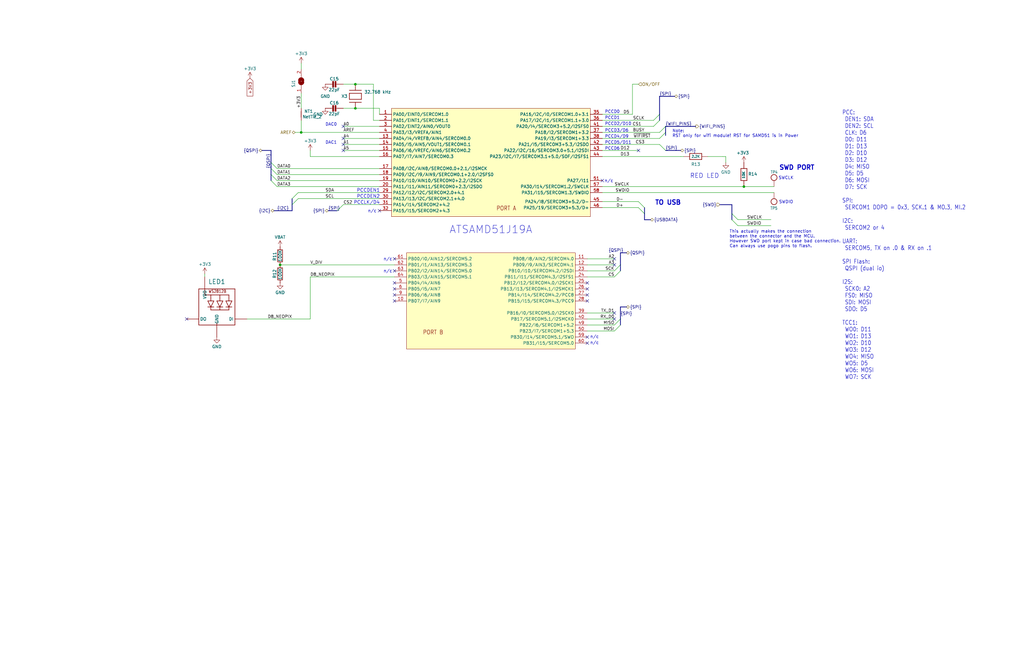
<source format=kicad_sch>
(kicad_sch (version 20231120) (generator "eeschema") (generator_version "8.0")
  (paper "B")
  (lib_symbols
    (symbol "ATSAMD51J_1"
      (symbol "ATSAMD51J_1_1_0"
        (text "PORT A" (at 18.796 -22.86 0) (effects (font (size 1.778 1.5113)) (justify left bottom)))
        (pin bidirectional line (at -30.48 17.78 0) (length 5.08) (name "PA00/EINT0/SERCOM1.0") (number "1"))
        (pin bidirectional line (at -30.48 7.62 0) (length 5.08) (name "PA04/I4/VREFB/AIN4/SERCOM0.0") (number "13"))
        (pin bidirectional line (at -30.48 5.08 0) (length 5.08) (name "PA05/I5/AIN5/VOUT1/SERCOM0.1") (number "14"))
        (pin bidirectional line (at -30.48 2.54 0) (length 5.08) (name "PA06/I6/VREFC/AIN6/SERCOM0.2") (number "15"))
        (pin bidirectional line (at -30.48 0 0) (length 5.08) (name "PA07/I7/AIN7/SERCOM0.3") (number "16"))
        (pin bidirectional line (at -30.48 -5.08 0) (length 5.08) (name "PA08/I2C/AIN8/SERCOM0.0+2.1/I2SMCK") (number "17"))
        (pin bidirectional line (at -30.48 -7.62 0) (length 5.08) (name "PA09/I2C/I9/AIN9/SERCOM0.1+2.0/I2SFS0") (number "18"))
        (pin bidirectional line (at -30.48 -10.16 0) (length 5.08) (name "PA10/I10/AIN10/SERCOM0+2.2/I2SCK") (number "19"))
        (pin bidirectional line (at -30.48 15.24 0) (length 5.08) (name "PA01/EINT1/SERCOM1.1") (number "2"))
        (pin bidirectional line (at -30.48 -12.7 0) (length 5.08) (name "PA11/I11/AIN11/SERCOM0+2.3/I2SDO") (number "20"))
        (pin bidirectional line (at -30.48 -15.24 0) (length 5.08) (name "PA12/I12/I2C/SERCOM2.0+4.1") (number "29"))
        (pin bidirectional line (at -30.48 12.7 0) (length 5.08) (name "PA02/EINT2/AIN0/VOUT0") (number "3"))
        (pin bidirectional line (at -30.48 -17.78 0) (length 5.08) (name "PA13/I13/I2C/SERCOM2.1+4.0") (number "30"))
        (pin bidirectional line (at -30.48 -20.32 0) (length 5.08) (name "PA14/I14/SERCOM2+4.2") (number "31"))
        (pin bidirectional line (at -30.48 -22.86 0) (length 5.08) (name "PA15/I15/SERCOM2+4.3") (number "32"))
        (pin bidirectional line (at 63.5 17.78 180) (length 5.08) (name "PA16/I2C/I0/SERCOM1.0+3.1") (number "35"))
        (pin bidirectional line (at 63.5 15.24 180) (length 5.08) (name "PA17/I2C/I1/SERCOM1.1+3.0") (number "36"))
        (pin bidirectional line (at 63.5 10.16 180) (length 5.08) (name "PA18/I2/SERCOM1+3.2") (number "37"))
        (pin bidirectional line (at 63.5 7.62 180) (length 5.08) (name "PA19/I3/SERCOM1+3.3") (number "38"))
        (pin bidirectional line (at -30.48 10.16 0) (length 5.08) (name "PA03/I3/VREFA/AIN1") (number "4"))
        (pin bidirectional line (at 63.5 12.7 180) (length 5.08) (name "PA20/I4/SERCOM3+5.2/I2SFS0") (number "41"))
        (pin bidirectional line (at 63.5 5.08 180) (length 5.08) (name "PA21/I5/SERCOM3+5.3/I2SDO") (number "42"))
        (pin bidirectional line (at 63.5 2.54 180) (length 5.08) (name "PA22/I2C/16/SERCOM3.0+5.1/I2SDI") (number "43"))
        (pin bidirectional line (at 63.5 0 180) (length 5.08) (name "PA23/I2C/I7/SERCOM3.1+5.0/SOF/I2SFS1") (number "44"))
        (pin bidirectional line (at 63.5 -19.05 180) (length 5.08) (name "PA24/I8/SERCOM3+5.2/D-") (number "45"))
        (pin bidirectional line (at 63.5 -21.59 180) (length 5.08) (name "PA25/19/SERCOM3+5.3/D+") (number "46"))
        (pin bidirectional line (at 63.5 -10.16 180) (length 5.08) (name "PA27/I11") (number "51"))
        (pin bidirectional line (at 63.5 -12.7 180) (length 5.08) (name "PA30/I14/SERCOM1.2/SWCLK") (number "57"))
        (pin bidirectional line (at 63.5 -15.24 180) (length 5.08) (name "PA31/I15/SERCOM1.3/SWDIO") (number "58"))
      )
      (symbol "ATSAMD51J_1_1_1"
        (rectangle (start -25.4 20.32) (end 58.42 -25.4) (fill (type background)))
      )
      (symbol "ATSAMD51J_1_2_0"
        (text "PORT B" (at -31.242 -19.304 0) (effects (font (size 1.778 1.5113)) (justify left bottom)))
        (pin bidirectional line (at -43.18 -5.08 0) (length 5.08) (name "PB07/I7/AIN9") (number "10"))
        (pin bidirectional line (at 38.1 12.7 180) (length 5.08) (name "PB08/I8/AIN2/SERCOM4.0") (number "11"))
        (pin bidirectional line (at 38.1 10.16 180) (length 5.08) (name "PB09/I9/AIN3/SERCOM4.1") (number "12"))
        (pin bidirectional line (at 38.1 7.62 180) (length 5.08) (name "PB10/I10/SERCOM4.2/I2SDI") (number "23"))
        (pin bidirectional line (at 38.1 5.08 180) (length 5.08) (name "PB11/I11/SERCOM4.3/I2SFS1") (number "24"))
        (pin bidirectional line (at 38.1 2.54 180) (length 5.08) (name "PB12/I12/SERCOM4.0/I2SCK1") (number "25"))
        (pin bidirectional line (at 38.1 0 180) (length 5.08) (name "PB13/I13/SERCOM4.1/I2SMCK1") (number "26"))
        (pin bidirectional line (at 38.1 -2.54 180) (length 5.08) (name "PB14/I14/SERCOM4.2/PCC8") (number "27"))
        (pin bidirectional line (at 38.1 -5.08 180) (length 5.08) (name "PB15/I15/SERCOM4.3/PCC9") (number "28"))
        (pin bidirectional line (at 38.1 -10.16 180) (length 5.08) (name "PB16/I0/SERCOM5.0/I2SCK0") (number "39"))
        (pin bidirectional line (at 38.1 -12.7 180) (length 5.08) (name "PB17/SERCOM5.1/I2SMCK0") (number "40"))
        (pin bidirectional line (at 38.1 -15.24 180) (length 5.08) (name "PB22/I6/SERCOM1+5.2") (number "49"))
        (pin bidirectional line (at -43.18 2.54 0) (length 5.08) (name "PB04/I4/AIN6") (number "5"))
        (pin bidirectional line (at 38.1 -17.78 180) (length 5.08) (name "PB23/I7/SERCOM1+5.3") (number "50"))
        (pin bidirectional line (at 38.1 -20.32 180) (length 5.08) (name "PB30/I14/SERCOM5.1/SWO") (number "59"))
        (pin bidirectional line (at -43.18 0 0) (length 5.08) (name "PB05/I5/AIN7") (number "6"))
        (pin bidirectional line (at 38.1 -22.86 180) (length 5.08) (name "PB31/I15/SERCOM5.0") (number "60"))
        (pin bidirectional line (at -43.18 12.7 0) (length 5.08) (name "PB00/I0/AIN12/SERCOM5.2") (number "61"))
        (pin bidirectional line (at -43.18 10.16 0) (length 5.08) (name "PB01/I1/AIN13/SERCOM5.3") (number "62"))
        (pin bidirectional line (at -43.18 7.62 0) (length 5.08) (name "PB02/I2/AIN14/SERCOM5.0") (number "63"))
        (pin bidirectional line (at -43.18 5.08 0) (length 5.08) (name "PB03/I3/AIN15/SERCOM5.1") (number "64"))
        (pin bidirectional line (at -43.18 -2.54 0) (length 5.08) (name "PB06/I6/AIN8") (number "9"))
      )
      (symbol "ATSAMD51J_1_2_1"
        (rectangle (start -38.1 15.24) (end 33.02 -25.4) (fill (type background)))
      )
      (symbol "ATSAMD51J_1_3_0"
        (text "POWER" (at -12.7 -12.7 0) (effects (font (size 1.778 1.5113)) (justify left bottom)))
        (pin bidirectional line (at 20.32 15.24 180) (length 5.08) (name "VDDIO_0") (number "21"))
        (pin bidirectional line (at 20.32 -5.08 180) (length 5.08) (name "GND_1") (number "22"))
        (pin bidirectional line (at 20.32 -7.62 180) (length 5.08) (name "GND_2") (number "33"))
        (pin bidirectional line (at 20.32 12.7 180) (length 5.08) (name "VDDIO_1") (number "34"))
        (pin bidirectional line (at 20.32 -10.16 180) (length 5.08) (name "GND_3") (number "47"))
        (pin bidirectional line (at 20.32 10.16 180) (length 5.08) (name "VDDIO_2") (number "48"))
        (pin bidirectional line (at -20.32 15.24 0) (length 5.08) (name "~{RESET}") (number "52"))
        (pin bidirectional line (at -20.32 2.54 0) (length 5.08) (name "VDDCORE") (number "53"))
        (pin bidirectional line (at 20.32 -12.7 180) (length 5.08) (name "GND_4") (number "54"))
        (pin bidirectional line (at -20.32 -7.62 0) (length 5.08) (name "VSW") (number "55"))
        (pin bidirectional line (at 20.32 7.62 180) (length 5.08) (name "VDDIO_3") (number "56"))
        (pin bidirectional line (at 20.32 -2.54 180) (length 5.08) (name "GND_0") (number "7"))
        (pin bidirectional line (at -20.32 10.16 0) (length 5.08) (name "VDDANA") (number "8"))
      )
      (symbol "ATSAMD51J_1_3_1"
        (rectangle (start -15.24 17.78) (end 15.24 -15.24) (fill (type background)))
      )
    )
    (symbol "Device:NetTie_2" (pin_numbers hide) (pin_names (offset 0) hide) (in_bom no)
      (property "Reference" "NT" (at 0 1.27 0))
      (property "Value" "NetTie_2" (at 0 -1.27 0))
      (symbol "NetTie_2_0_1"
        (polyline (pts (xy -1.27 0) (xy 1.27 0)) (stroke (width 0.254)))
      )
      (symbol "NetTie_2_1_1"
        (pin passive line (at -2.54 0 0) (length 2.54) (name "1") (number "1"))
        (pin passive line (at 2.54 0 180) (length 2.54) (name "2") (number "2"))
      )
    )
    (symbol "Device:R" (pin_numbers hide) (pin_names (offset 0))
      (property "Reference" "R" (at 2.032 0 90))
      (property "Value" "R" (at 0 0 90))
      (symbol "R_0_1"
        (rectangle (start -1.016 -2.54) (end 1.016 2.54) (stroke (width 0.254)))
      )
      (symbol "R_1_1"
        (pin passive line (at 0 3.81 270) (length 1.27) (name "~") (number "1"))
        (pin passive line (at 0 -3.81 90) (length 1.27) (name "~") (number "2"))
      )
    )
    (symbol "symbolLibrary:+3V3" (power) (pin_numbers hide) (pin_names (offset 0) hide)
      (property "Value" "+3V3" (at 0 3.556 0))
      (symbol "+3V3_0_1"
        (polyline (pts (xy -0.762 1.27) (xy 0 2.54)))
        (polyline (pts (xy 0 0) (xy 0 2.54)))
        (polyline (pts (xy 0 2.54) (xy 0.762 1.27)))
      )
      (symbol "+3V3_1_1"
        (pin power_in line (at 0 0 90) (length 0) (name "~") (number "1"))
      )
    )
    (symbol "symbolLibrary:+BATT" (power) (pin_numbers hide) (pin_names (offset 0) hide)
      (property "Value" "+BATT" (at 0 3.556 0))
      (symbol "+BATT_0_1"
        (polyline (pts (xy -0.762 1.27) (xy 0 2.54)))
        (polyline (pts (xy 0 0) (xy 0 2.54)))
        (polyline (pts (xy 0 2.54) (xy 0.762 1.27)))
      )
      (symbol "+BATT_1_1"
        (pin power_in line (at 0 0 90) (length 0) (name "~") (number "1"))
      )
    )
    (symbol "symbolLibrary:ATSAMD51J"
      (symbol "ATSAMD51J_1_0"
        (text "PORT A" (at 48.26 -22.86 0) (effects (font (size 1.778 1.5113)) (justify left bottom)))
        (pin bidirectional line (at -30.48 17.78 0) (length 5.08) (name "PA00/EINT0/SERCOM1.0") (number "1"))
        (pin bidirectional line (at -30.48 7.62 0) (length 5.08) (name "PA04/I4/VREFB/AIN4/SERCOM0.0") (number "13"))
        (pin bidirectional line (at -30.48 5.08 0) (length 5.08) (name "PA05/I5/AIN5/VOUT1/SERCOM0.1") (number "14"))
        (pin bidirectional line (at -30.48 2.54 0) (length 5.08) (name "PA06/I6/VREFC/AIN6/SERCOM0.2") (number "15"))
        (pin bidirectional line (at -30.48 0 0) (length 5.08) (name "PA07/I7/AIN7/SERCOM0.3") (number "16"))
        (pin bidirectional line (at -30.48 -5.08 0) (length 5.08) (name "PA08/I2C/AIN8/SERCOM0.0+2.1/I2SMCK") (number "17"))
        (pin bidirectional line (at -30.48 -7.62 0) (length 5.08) (name "PA09/I2C/I9/AIN9/SERCOM0.1+2.0/I2SFS0") (number "18"))
        (pin bidirectional line (at -30.48 -10.16 0) (length 5.08) (name "PA10/I10/AIN10/SERCOM0+2.2/I2SCK") (number "19"))
        (pin bidirectional line (at -30.48 15.24 0) (length 5.08) (name "PA01/EINT1/SERCOM1.1") (number "2"))
        (pin bidirectional line (at -30.48 -12.7 0) (length 5.08) (name "PA11/I11/AIN11/SERCOM0+2.3/I2SDO") (number "20"))
        (pin bidirectional line (at -30.48 -15.24 0) (length 5.08) (name "PA12/I12/I2C/SERCOM2.0+4.1") (number "29"))
        (pin bidirectional line (at -30.48 12.7 0) (length 5.08) (name "PA02/EINT2/AIN0/VOUT0") (number "3"))
        (pin bidirectional line (at -30.48 -17.78 0) (length 5.08) (name "PA13/I13/I2C/SERCOM2.1+4.0") (number "30"))
        (pin bidirectional line (at -30.48 -20.32 0) (length 5.08) (name "PA14/I14/SERCOM2+4.2") (number "31"))
        (pin bidirectional line (at -30.48 -22.86 0) (length 5.08) (name "PA15/I15/SERCOM2+4.3") (number "32"))
        (pin bidirectional line (at 63.5 17.78 180) (length 5.08) (name "PA16/I2C/I0/SERCOM1.0+3.1") (number "35"))
        (pin bidirectional line (at 63.5 15.24 180) (length 5.08) (name "PA17/I2C/I1/SERCOM1.1+3.0") (number "36"))
        (pin bidirectional line (at 63.5 12.7 180) (length 5.08) (name "PA18/I2/SERCOM1+3.2") (number "37"))
        (pin bidirectional line (at 63.5 10.16 180) (length 5.08) (name "PA19/I3/SERCOM1+3.3") (number "38"))
        (pin bidirectional line (at -30.48 10.16 0) (length 5.08) (name "PA03/I3/VREFA/AIN1") (number "4"))
        (pin bidirectional line (at 63.5 7.62 180) (length 5.08) (name "PA20/I4/SERCOM3+5.2/I2SFS0") (number "41"))
        (pin bidirectional line (at 63.5 5.08 180) (length 5.08) (name "PA21/I5/SERCOM3+5.3/I2SDO") (number "42"))
        (pin bidirectional line (at 63.5 2.54 180) (length 5.08) (name "PA22/I2C/16/SERCOM3.0+5.1/I2SDI") (number "43"))
        (pin bidirectional line (at 63.5 0 180) (length 5.08) (name "PA23/I2C/I7/SERCOM3.1+5.0/SOF/I2SFS1") (number "44"))
        (pin bidirectional line (at 63.5 -5.08 180) (length 5.08) (name "PA24/I8/SERCOM3+5.2/D-") (number "45"))
        (pin bidirectional line (at 63.5 -7.62 180) (length 5.08) (name "PA25/19/SERCOM3+5.3/D+") (number "46"))
        (pin bidirectional line (at 63.5 -10.16 180) (length 5.08) (name "PA27/I11") (number "51"))
        (pin bidirectional line (at 63.5 -12.7 180) (length 5.08) (name "PA30/I14/SERCOM1.2/SWCLK") (number "57"))
        (pin bidirectional line (at 63.5 -15.24 180) (length 5.08) (name "PA31/I15/SERCOM1.3/SWDIO") (number "58"))
      )
      (symbol "ATSAMD51J_1_1"
        (rectangle (start -25.4 20.32) (end 58.42 -25.4) (fill (type background)))
      )
      (symbol "ATSAMD51J_2_0"
        (text "PORT B" (at -31.242 -19.304 0) (effects (font (size 1.778 1.5113)) (justify left bottom)))
        (pin bidirectional line (at -43.18 -5.08 0) (length 5.08) (name "PB07/I7/AIN9") (number "10"))
        (pin bidirectional line (at 38.1 12.7 180) (length 5.08) (name "PB08/I8/AIN2/SERCOM4.0") (number "11"))
        (pin bidirectional line (at 38.1 10.16 180) (length 5.08) (name "PB09/I9/AIN3/SERCOM4.1") (number "12"))
        (pin bidirectional line (at 38.1 7.62 180) (length 5.08) (name "PB10/I10/SERCOM4.2/I2SDI") (number "23"))
        (pin bidirectional line (at 38.1 5.08 180) (length 5.08) (name "PB11/I11/SERCOM4.3/I2SFS1") (number "24"))
        (pin bidirectional line (at 38.1 2.54 180) (length 5.08) (name "PB12/I12/SERCOM4.0/I2SCK1") (number "25"))
        (pin bidirectional line (at 38.1 0 180) (length 5.08) (name "PB13/I13/SERCOM4.1/I2SMCK1") (number "26"))
        (pin bidirectional line (at 38.1 -2.54 180) (length 5.08) (name "PB14/I14/SERCOM4.2/PCC8") (number "27"))
        (pin bidirectional line (at 38.1 -5.08 180) (length 5.08) (name "PB15/I15/SERCOM4.3/PCC9") (number "28"))
        (pin bidirectional line (at 38.1 -10.16 180) (length 5.08) (name "PB16/I0/SERCOM5.0/I2SCK0") (number "39"))
        (pin bidirectional line (at 38.1 -12.7 180) (length 5.08) (name "PB17/SERCOM5.1/I2SMCK0") (number "40"))
        (pin bidirectional line (at 38.1 -15.24 180) (length 5.08) (name "PB22/I6/SERCOM1+5.2") (number "49"))
        (pin bidirectional line (at -43.18 2.54 0) (length 5.08) (name "PB04/I4/AIN6") (number "5"))
        (pin bidirectional line (at 38.1 -17.78 180) (length 5.08) (name "PB23/I7/SERCOM1+5.3") (number "50"))
        (pin bidirectional line (at 38.1 -20.32 180) (length 5.08) (name "PB30/I14/SERCOM5.1/SWO") (number "59"))
        (pin bidirectional line (at -43.18 0 0) (length 5.08) (name "PB05/I5/AIN7") (number "6"))
        (pin bidirectional line (at 38.1 -22.86 180) (length 5.08) (name "PB31/I15/SERCOM5.0") (number "60"))
        (pin bidirectional line (at -43.18 12.7 0) (length 5.08) (name "PB00/I0/AIN12/SERCOM5.2") (number "61"))
        (pin bidirectional line (at -43.18 10.16 0) (length 5.08) (name "PB01/I1/AIN13/SERCOM5.3") (number "62"))
        (pin bidirectional line (at -43.18 7.62 0) (length 5.08) (name "PB02/I2/AIN14/SERCOM5.0") (number "63"))
        (pin bidirectional line (at -43.18 5.08 0) (length 5.08) (name "PB03/I3/AIN15/SERCOM5.1") (number "64"))
        (pin bidirectional line (at -43.18 -2.54 0) (length 5.08) (name "PB06/I6/AIN8") (number "9"))
      )
      (symbol "ATSAMD51J_2_1"
        (rectangle (start -38.1 15.24) (end 33.02 -25.4) (fill (type background)))
      )
      (symbol "ATSAMD51J_3_0"
        (text "POWER" (at -12.7 -12.7 0) (effects (font (size 1.778 1.5113)) (justify left bottom)))
        (pin bidirectional line (at 20.32 15.24 180) (length 5.08) (name "VDDIO_0") (number "21"))
        (pin bidirectional line (at 20.32 -5.08 180) (length 5.08) (name "GND_1") (number "22"))
        (pin bidirectional line (at 20.32 -7.62 180) (length 5.08) (name "GND_2") (number "33"))
        (pin bidirectional line (at 20.32 12.7 180) (length 5.08) (name "VDDIO_1") (number "34"))
        (pin bidirectional line (at 20.32 -10.16 180) (length 5.08) (name "GND_3") (number "47"))
        (pin bidirectional line (at 20.32 10.16 180) (length 5.08) (name "VDDIO_2") (number "48"))
        (pin bidirectional line (at -20.32 15.24 0) (length 5.08) (name "~{RESET}") (number "52"))
        (pin bidirectional line (at -20.32 2.54 0) (length 5.08) (name "VDDCORE") (number "53"))
        (pin bidirectional line (at 20.32 -12.7 180) (length 5.08) (name "GND_4") (number "54"))
        (pin bidirectional line (at -20.32 -7.62 0) (length 5.08) (name "VSW") (number "55"))
        (pin bidirectional line (at 20.32 7.62 180) (length 5.08) (name "VDDIO_3") (number "56"))
        (pin bidirectional line (at 20.32 -2.54 180) (length 5.08) (name "GND_0") (number "7"))
        (pin bidirectional line (at -20.32 10.16 0) (length 5.08) (name "VDDANA") (number "8"))
      )
      (symbol "ATSAMD51J_3_1"
        (rectangle (start -15.24 17.78) (end 15.24 -15.24) (fill (type background)))
      )
    )
    (symbol "symbolLibrary:CAP_CERAMIC0603_NO"
      (property "Reference" "C" (at -2.29 1.25 90))
      (symbol "CAP_CERAMIC0603_NO_1_0"
        (rectangle (start -1.27 0.508) (end 1.27 1.016) (fill (type outline)))
        (rectangle (start -1.27 1.524) (end 1.27 2.032) (fill (type outline)))
        (polyline (pts (xy 0 0.762) (xy 0 0)) (stroke (width 0.1524)))
        (polyline (pts (xy 0 2.54) (xy 0 1.778)) (stroke (width 0.1524)))
        (pin passive line (at 0 5.08 270) (length 2.54) (name "1") (number "1"))
        (pin passive line (at 0 -2.54 90) (length 2.54) (name "2") (number "2"))
      )
    )
    (symbol "symbolLibrary:GND" (power) (pin_numbers hide) (pin_names (offset 0) hide)
      (property "Value" "GND" (at 0 -3.81 0))
      (symbol "GND_0_1"
        (polyline (pts (xy 0 0) (xy 0 -1.27) (xy 1.27 -1.27) (xy 0 -2.54) (xy -1.27 -1.27) (xy 0 -1.27)))
      )
      (symbol "GND_1_1"
        (pin power_in line (at 0 0 270) (length 0) (name "~") (number "1"))
      )
    )
    (symbol "symbolLibrary:RESISTOR_0603_NOOUT"
      (property "Reference" "R" (at 0 2.54 0))
      (symbol "RESISTOR_0603_NOOUT_1_0"
        (polyline (pts (xy -2.54 -1.27) (xy -2.54 1.27)) (stroke (width 0.254)))
        (polyline (pts (xy -2.54 1.27) (xy 2.54 1.27)) (stroke (width 0.254)))
        (polyline (pts (xy 2.54 -1.27) (xy -2.54 -1.27)) (stroke (width 0.254)))
        (polyline (pts (xy 2.54 1.27) (xy 2.54 -1.27)) (stroke (width 0.254)))
        (pin passive line (at -5.08 0 0) (length 2.54) (name "1") (number "1"))
        (pin passive line (at 5.08 0 180) (length 2.54) (name "2") (number "2"))
      )
    )
    (symbol "symbolLibrary:SOLDERJUMPERCLOSED"
      (property "Reference" "SJ" (at -2.54 2.54 0))
      (symbol "SOLDERJUMPERCLOSED_1_0"
        (arc (start -0.3808 0.635) (mid -1.0159 0.0001) (end -0.381 -0.635) (stroke (width 1.27)))
        (polyline (pts (xy -2.54 0) (xy -1.651 0)) (stroke (width 0.1524)))
        (polyline (pts (xy 2.54 0) (xy 1.651 0)) (stroke (width 0.1524)))
        (arc (start 0.3808 -0.635) (mid 1.0159 -0.0001) (end 0.381 0.635) (stroke (width 1.27)))
        (pin passive line (at -5.08 0 0) (length 2.54) (name "1") (number "1"))
        (pin passive line (at 5.08 0 180) (length 2.54) (name "2") (number "2"))
      )
    )
    (symbol "symbolLibrary:TESTPOINTROUND1.5MM"
      (property "Reference" "TP" (at 0 5.588 90))
      (symbol "TESTPOINTROUND1.5MM_1_0"
        (circle (center 0 3.81) (radius 1.27) (stroke (width 0.254)))
        (pin bidirectional line (at 0 0 90) (length 2.54) (name "P$1") (number "P$1"))
      )
    )
    (symbol "symbolLibrary:WS2812B3535"
      (symbol "WS2812B3535_1_0"
        (polyline (pts (xy -7.62 -5.08) (xy 0 -5.08)) (stroke (width 0.254)))
        (polyline (pts (xy -7.62 -2.54) (xy -7.62 -5.08)) (stroke (width 0.254)))
        (polyline (pts (xy -7.62 10.16) (xy -7.62 -2.54)) (stroke (width 0.254)))
        (polyline (pts (xy -6.35 2.54) (xy -5.08 2.54)) (stroke (width 0.254)))
        (polyline (pts (xy -6.35 5.08) (xy -5.08 5.08)) (stroke (width 0.254)))
        (polyline (pts (xy -5.08 2.54) (xy -6.35 5.08)) (stroke (width 0.254)))
        (polyline (pts (xy -5.08 2.54) (xy -5.08 1.27)) (stroke (width 0.254)))
        (polyline (pts (xy -5.08 2.54) (xy -3.81 5.08)) (stroke (width 0.254)))
        (polyline (pts (xy -5.08 5.08) (xy -3.81 5.08)) (stroke (width 0.254)))
        (polyline (pts (xy -5.08 7.62) (xy -5.08 5.08)) (stroke (width 0.254)))
        (polyline (pts (xy -3.81 2.54) (xy -5.08 2.54)) (stroke (width 0.254)))
        (polyline (pts (xy -2.54 2.54) (xy -1.27 2.54)) (stroke (width 0.254)))
        (polyline (pts (xy -2.54 5.08) (xy 0 5.08)) (stroke (width 0.254)))
        (polyline (pts (xy -1.27 1.27) (xy -5.08 1.27)) (stroke (width 0.254)))
        (polyline (pts (xy -1.27 2.54) (xy -2.54 5.08)) (stroke (width 0.254)))
        (polyline (pts (xy -1.27 2.54) (xy -1.27 1.27)) (stroke (width 0.254)))
        (polyline (pts (xy -1.27 2.54) (xy 0 2.54)) (stroke (width 0.254)))
        (polyline (pts (xy -1.27 5.08) (xy -1.27 7.62)) (stroke (width 0.254)))
        (polyline (pts (xy -1.27 7.62) (xy -5.08 7.62)) (stroke (width 0.254)))
        (polyline (pts (xy 0 -5.08) (xy 7.62 -5.08)) (stroke (width 0.254)))
        (polyline (pts (xy 0 -4.064) (xy 0 -5.08)) (stroke (width 0.254)))
        (polyline (pts (xy 0 5.08) (xy -1.27 2.54)) (stroke (width 0.254)))
        (polyline (pts (xy 1.27 5.08) (xy 2.54 2.54)) (stroke (width 0.254)))
        (polyline (pts (xy 1.27 5.08) (xy 2.54 5.08)) (stroke (width 0.254)))
        (polyline (pts (xy 2.54 1.27) (xy -1.27 1.27)) (stroke (width 0.254)))
        (polyline (pts (xy 2.54 2.54) (xy 1.27 2.54)) (stroke (width 0.254)))
        (polyline (pts (xy 2.54 2.54) (xy 2.54 1.27)) (stroke (width 0.254)))
        (polyline (pts (xy 2.54 2.54) (xy 3.81 2.54)) (stroke (width 0.254)))
        (polyline (pts (xy 2.54 2.54) (xy 3.81 5.08)) (stroke (width 0.254)))
        (polyline (pts (xy 2.54 5.08) (xy 2.54 7.62)) (stroke (width 0.254)))
        (polyline (pts (xy 2.54 7.62) (xy -1.27 7.62)) (stroke (width 0.254)))
        (polyline (pts (xy 2.54 7.62) (xy 5.08 7.62)) (stroke (width 0.254)))
        (polyline (pts (xy 3.81 5.08) (xy 2.54 5.08)) (stroke (width 0.254)))
        (polyline (pts (xy 5.08 10.16) (xy -7.62 10.16)) (stroke (width 0.254)))
        (polyline (pts (xy 5.08 10.16) (xy 5.08 7.62)) (stroke (width 0.254)))
        (polyline (pts (xy 7.62 -5.08) (xy 7.62 -2.54)) (stroke (width 0.254)))
        (polyline (pts (xy 7.62 -2.54) (xy 7.62 10.16)) (stroke (width 0.254)))
        (polyline (pts (xy 7.62 10.16) (xy 5.08 10.16)) (stroke (width 0.254)))
        (text "WS2812B" (at -4.064 8.382 0) (effects (font (size 1.27 1.0795)) (justify left bottom)))
        (pin input line (at -12.7 -2.54 0) (length 5.08) (name "DI") (number "1"))
        (pin power_in line (at 5.08 15.24 270) (length 5.08) (name "VDD") (number "2"))
        (pin output line (at 12.7 -2.54 180) (length 5.08) (name "DO") (number "3"))
        (pin power_in line (at 0 -10.16 90) (length 5.08) (name "GND") (number "4"))
      )
    )
    (symbol "symbolLibrary:XTAL-3.2X1.5"
      (property "Reference" "X" (at -2.54 3.81 0))
      (symbol "XTAL-3.2X1.5_1_0"
        (polyline (pts (xy -2.54 2.54) (xy -2.54 -2.54)) (stroke (width 0.254)))
        (polyline (pts (xy -1.27 -2.54) (xy 1.27 -2.54)) (stroke (width 0.254)))
        (polyline (pts (xy -1.27 2.54) (xy -1.27 -2.54)) (stroke (width 0.254)))
        (polyline (pts (xy 1.27 -2.54) (xy 1.27 2.54)) (stroke (width 0.254)))
        (polyline (pts (xy 1.27 2.54) (xy -1.27 2.54)) (stroke (width 0.254)))
        (polyline (pts (xy 2.54 2.54) (xy 2.54 -2.54)) (stroke (width 0.254)))
        (pin bidirectional line (at -5.08 0 0) (length 2.54) (name "P$1") (number "P$1"))
        (pin bidirectional line (at 5.08 0 180) (length 2.54) (name "P$2") (number "P$2"))
      )
    )
  )
  (junction (at 127 55.88))
  (junction (at 118.11 111.76))
  (junction (at 313.69 78.74))
  (junction (at 149.86 35.56))
  (junction (at 149.86 45.72))
  (no_connect (at 269.24 63.5))
  (no_connect (at 144.78 63.5))
  (no_connect (at 78.74 134.62))
  (no_connect (at 247.65 124.46))
  (no_connect (at 247.65 119.38))
  (no_connect (at 166.37 124.46))
  (no_connect (at 247.65 121.92))
  (no_connect (at 259.08 134.62))
  (no_connect (at 166.37 127))
  (no_connect (at 166.37 119.38))
  (no_connect (at 259.08 132.08))
  (no_connect (at 166.37 114.3))
  (no_connect (at 166.37 121.92))
  (no_connect (at 259.08 111.76))
  (no_connect (at 247.65 127))
  (no_connect (at 144.78 53.34))
  (no_connect (at 144.78 58.42))
  (no_connect (at 247.65 142.24))
  (no_connect (at 247.65 144.78))
  (no_connect (at 160.02 88.9))
  (no_connect (at 254 76.2))
  (no_connect (at 259.08 109.22))
  (no_connect (at 144.78 60.96))
  (no_connect (at 166.37 109.22))
  (bus_entry (at 278.13 55.88) (size 2.54 -2.54))
  (bus_entry (at 259.08 137.16) (size 2.54 -2.54))
  (bus_entry (at 125.73 83.82) (size -2.54 2.54))
  (bus_entry (at 308.61 90.17) (size 2.54 2.54))
  (bus_entry (at 142.24 88.9) (size 2.54 -2.54))
  (bus_entry (at 278.13 58.42) (size 2.54 -2.54))
  (bus_entry (at 275.59 50.8) (size 2.54 -2.54))
  (bus_entry (at 114.3 73.66) (size 2.54 2.54))
  (bus_entry (at 308.61 92.71) (size 2.54 2.54))
  (bus_entry (at 278.13 60.96) (size 2.54 2.54))
  (bus_entry (at 259.08 116.84) (size 2.54 -2.54))
  (bus_entry (at 114.3 76.2) (size 2.54 2.54))
  (bus_entry (at 114.3 68.58) (size 2.54 2.54))
  (bus_entry (at 269.24 87.63) (size 2.54 2.54))
  (bus_entry (at 275.59 53.34) (size 2.54 -2.54))
  (bus_entry (at 114.3 71.12) (size 2.54 2.54))
  (bus_entry (at 125.73 81.28) (size -2.54 2.54))
  (bus_entry (at 259.08 114.3) (size 2.54 -2.54))
  (bus_entry (at 259.08 139.7) (size 2.54 -2.54))
  (bus_entry (at 269.24 85.09) (size 2.54 2.54))
  (wire (pts (xy 254 50.8) (xy 275.59 50.8)) (stroke (width 0.1524)))
  (wire (pts (xy 127 55.88) (xy 127 50.8)) (stroke (width 0.1524)))
  (wire (pts (xy 116.84 76.2) (xy 160.02 76.2)) (stroke (width 0.1524)))
  (wire (pts (xy 278.13 55.88) (xy 254 55.88)) (stroke (width 0.1524)))
  (wire (pts (xy 130.81 116.84) (xy 130.81 134.62)) (stroke (width 0.1524)))
  (wire (pts (xy 118.11 111.76) (xy 166.37 111.76)))
  (bus (pts (xy 114.3 68.58) (xy 114.3 63.5)))
  (wire (pts (xy 298.45 66.04) (xy 304.8 66.04)) (stroke (width 0.1524)))
  (bus (pts (xy 271.78 90.17) (xy 271.78 92.71)))
  (wire (pts (xy 247.65 111.76) (xy 259.08 111.76)) (stroke (width 0.1524)))
  (wire (pts (xy 160.02 53.34) (xy 144.78 53.34)) (stroke (width 0.1524)))
  (wire (pts (xy 166.37 116.84) (xy 130.81 116.84)) (stroke (width 0.1524)))
  (wire (pts (xy 127 55.88) (xy 160.02 55.88)) (stroke (width 0.1524)))
  (wire (pts (xy 144.78 63.5) (xy 160.02 63.5)) (stroke (width 0.1524)))
  (wire (pts (xy 157.48 35.56) (xy 149.86 35.56)) (stroke (width 0.1524)))
  (wire (pts (xy 127 39.37) (xy 127 45.72)))
  (wire (pts (xy 86.36 116.84) (xy 86.36 115.57)) (stroke (width 0.1524)))
  (wire (pts (xy 160.02 58.42) (xy 144.78 58.42)) (stroke (width 0.1524)))
  (bus (pts (xy 308.61 90.17) (xy 308.61 86.36)))
  (wire (pts (xy 254 66.04) (xy 287.02 66.04)))
  (bus (pts (xy 264.16 129.54) (xy 261.62 129.54)))
  (bus (pts (xy 261.62 129.54) (xy 261.62 134.62)))
  (wire (pts (xy 149.86 45.72) (xy 160.02 45.72)) (stroke (width 0.1524)))
  (bus (pts (xy 308.61 92.71) (xy 308.61 90.17)))
  (wire (pts (xy 287.02 66.04) (xy 288.29 66.04)) (stroke (width 0.1524)))
  (wire (pts (xy 313.69 78.74) (xy 326.39 78.74)) (stroke (width 0.1524)))
  (bus (pts (xy 271.78 87.63) (xy 271.78 90.17)))
  (wire (pts (xy 254 53.34) (xy 265.43 53.34)) (stroke (width 0.1524)))
  (wire (pts (xy 247.65 139.7) (xy 259.08 139.7)) (stroke (width 0.1524)))
  (bus (pts (xy 123.19 88.9) (xy 115.57 88.9)))
  (bus (pts (xy 123.19 83.82) (xy 123.19 86.36)))
  (bus (pts (xy 142.24 88.9) (xy 138.43 88.9)))
  (wire (pts (xy 157.48 50.8) (xy 157.48 35.56)) (stroke (width 0.1524)))
  (bus (pts (xy 303.53 86.36) (xy 308.61 86.36)))
  (wire (pts (xy 247.65 116.84) (xy 259.08 116.84)) (stroke (width 0.1524)))
  (wire (pts (xy 125.73 83.82) (xy 160.02 83.82)) (stroke (width 0.1524)))
  (wire (pts (xy 160.02 66.04) (xy 130.81 66.04)))
  (wire (pts (xy 311.15 92.71) (xy 325.12 92.71)))
  (bus (pts (xy 123.19 86.36) (xy 123.19 88.9)))
  (wire (pts (xy 275.59 53.34) (xy 265.43 53.34)))
  (bus (pts (xy 261.62 111.76) (xy 261.62 114.3)))
  (wire (pts (xy 266.7 35.56) (xy 266.7 48.26)))
  (wire (pts (xy 247.65 109.22) (xy 259.08 109.22)) (stroke (width 0.1524)))
  (wire (pts (xy 116.84 71.12) (xy 160.02 71.12)) (stroke (width 0.1524)))
  (bus (pts (xy 278.13 40.64) (xy 284.48 40.64)))
  (bus (pts (xy 280.67 53.34) (xy 280.67 55.88)))
  (bus (pts (xy 114.3 76.2) (xy 114.3 73.66)))
  (wire (pts (xy 254 78.74) (xy 313.69 78.74)) (stroke (width 0.1524)))
  (wire (pts (xy 254 85.09) (xy 269.24 85.09)) (stroke (width 0.1524)))
  (wire (pts (xy 254 58.42) (xy 278.13 58.42)) (stroke (width 0.1524)))
  (bus (pts (xy 280.67 63.5) (xy 287.02 63.5)))
  (bus (pts (xy 114.3 63.5) (xy 110.49 63.5)))
  (wire (pts (xy 247.65 137.16) (xy 259.08 137.16)) (stroke (width 0.1524)))
  (bus (pts (xy 280.67 55.88) (xy 280.67 57.15)))
  (wire (pts (xy 130.81 66.04) (xy 130.81 63.5)))
  (wire (pts (xy 247.65 114.3) (xy 259.08 114.3)) (stroke (width 0.1524)))
  (wire (pts (xy 247.65 132.08) (xy 259.08 132.08)) (stroke (width 0.1524)))
  (wire (pts (xy 104.14 134.62) (xy 130.81 134.62)) (stroke (width 0.1524)))
  (wire (pts (xy 160.02 50.8) (xy 157.48 50.8)) (stroke (width 0.1524)))
  (wire (pts (xy 265.43 60.96) (xy 254 60.96)) (stroke (width 0.1524)))
  (bus (pts (xy 114.3 71.12) (xy 114.3 68.58)))
  (bus (pts (xy 280.67 53.34) (xy 293.37 53.34)))
  (wire (pts (xy 254 63.5) (xy 269.24 63.5)))
  (bus (pts (xy 274.32 92.71) (xy 271.78 92.71)))
  (bus (pts (xy 278.13 48.26) (xy 278.13 50.8)))
  (wire (pts (xy 265.43 60.96) (xy 278.13 60.96)))
  (wire (pts (xy 311.15 95.25) (xy 325.12 95.25)))
  (wire (pts (xy 247.65 134.62) (xy 259.08 134.62)) (stroke (width 0.1524)))
  (wire (pts (xy 160.02 86.36) (xy 144.78 86.36)) (stroke (width 0.1524)))
  (bus (pts (xy 261.62 134.62) (xy 261.62 137.16)))
  (wire (pts (xy 306.07 68.58) (xy 306.07 66.04)))
  (wire (pts (xy 160.02 45.72) (xy 160.02 48.26)) (stroke (width 0.1524)))
  (wire (pts (xy 306.07 66.04) (xy 304.8 66.04)))
  (wire (pts (xy 116.84 78.74) (xy 160.02 78.74)) (stroke (width 0.1524)))
  (wire (pts (xy 254 81.28) (xy 326.39 81.28)) (stroke (width 0.1524)))
  (wire (pts (xy 160.02 81.28) (xy 125.73 81.28)) (stroke (width 0.1524)))
  (wire (pts (xy 144.78 45.72) (xy 149.86 45.72)) (stroke (width 0.1524)))
  (wire (pts (xy 149.86 35.56) (xy 144.78 35.56)) (stroke (width 0.1524)))
  (bus (pts (xy 278.13 40.64) (xy 278.13 48.26)))
  (wire (pts (xy 254 48.26) (xy 266.7 48.26)))
  (wire (pts (xy 127 26.67) (xy 127 29.21)))
  (wire (pts (xy 254 87.63) (xy 269.24 87.63)) (stroke (width 0.1524)))
  (bus (pts (xy 261.62 106.68) (xy 261.62 111.76)))
  (wire (pts (xy 266.7 35.56) (xy 269.24 35.56)))
  (wire (pts (xy 116.84 73.66) (xy 160.02 73.66)) (stroke (width 0.1524)))
  (bus (pts (xy 261.62 106.68) (xy 264.16 106.68)))
  (bus (pts (xy 114.3 73.66) (xy 114.3 71.12)))
  (wire (pts (xy 124.46 55.88) (xy 127 55.88)))
  (wire (pts (xy 160.02 60.96) (xy 144.78 60.96)) (stroke (width 0.1524)))
  (text "PCCD0" (at 255.016 48.006 0) (effects (font (size 1.2446 1.2446)) (justify left bottom)))
  (text "SWDIO" (at 331.47 85.344 0) (effects (font (size 1.27 1.27))))
  (text "RED LED" (at 303.276 75.438 0) (effects (font (size 1.905 1.905)) (justify right bottom)))
  (text "PCCD2/D10" (at 255.016 53.086 0) (effects (font (size 1.2446 1.2446)) (justify left bottom)))
  (text "SWD PORT" (at 336.042 70.866 0) (effects (font (size 1.905 1.905) (thickness 0.381) (bold yes))))
  (text "DAC0" (at 137.16 53.34 0) (effects (font (size 1.2446 1.2446)) (justify left bottom)))
  (text "n/c" (at 256.794 76.454 0) (effects (font (size 1.27 1.27))))
  (text "DAC1" (at 137.16 60.96 0) (effects (font (size 1.2446 1.2446)) (justify left bottom)))
  (text "PCC:\n DEN1: SDA\n DEN2: SCL\n CLK: D6\n D0: D11\n D1: D13\n D2: D10\n D3: D12\n D4: MISO\n D5: D5\n D6: MOSI\n D7: SCK\n\nSPI:\n SERCOM1 DOPO = 0x3, SCK.1 & MO.3, MI.2\n\nI2C:\n SERCOM2 or 4\n\nUART:\n SERCOM5, TX on .0 & RX on .1\n\nSPI Flash:\n QSPI (dual io)\n\nI2S:\n SCK0: A2\n FS0: MISO\n SDI: MOSI\n SDO: D5\n\nTCC1:\n WO0: D11\n WO1: D13\n WO2: D10\n WO3: D12\n WO4: MISO\n WO5: D5\n WO6: MOSI\n WO7: SCK" (at 355.092 160.274 0) (effects (font (size 1.778 1.5113)) (justify left bottom)))
  (text "PCCD5/D11" (at 255.016 60.96 0) (effects (font (size 1.2446 1.2446)) (justify left bottom)))
  (text "Note:\nRST only for wifi module! RST for SAMD51 is in Power" (at 283.464 56.388 0) (effects (font (size 1.27 1.27)) (justify left)))
  (text "PCCDEN2" (at 150.368 83.82 0) (effects (font (size 1.397 1.397)) (justify left bottom)))
  (text "TO USB" (at 281.686 85.598 0) (effects (font (size 1.905 1.905) (thickness 0.381) (bold yes))))
  (text "PCCLK/D4" (at 149.098 86.36 0) (effects (font (size 1.397 1.397)) (justify left bottom)))
  (text "n/c" (at 250.698 144.78 0) (effects (font (size 1.27 1.27))))
  (text "SWCLK" (at 331.47 75.184 0) (effects (font (size 1.27 1.27))))
  (text "PCCDEN1" (at 150.368 81.28 0) (effects (font (size 1.397 1.397)) (justify left bottom)))
  (text "n/c" (at 163.576 114.554 0) (effects (font (size 1.27 1.27))))
  (text "PCCD6" (at 255.016 63.5 0) (effects (font (size 1.2446 1.2446)) (justify left bottom)))
  (text "PCCD1" (at 255.016 50.546 0) (effects (font (size 1.2446 1.2446)) (justify left bottom)))
  (text "ATSAMD51J19A" (at 207.01 97.028 0) (effects (font (size 3.175 3.175))))
  (text "PCCD3/D6" (at 255.016 55.88 0) (effects (font (size 1.2446 1.2446)) (justify left bottom)))
  (text "This actually makes the connection \nbetween the connector and the MCU.\nHowever SWD port kept in case bad connection. \nCan always use pogo pins to flash." (at 307.594 100.838 0) (effects (font (size 1.27 1.27)) (justify left)))
  (text "n/c" (at 156.972 89.154 0) (effects (font (size 1.27 1.27))))
  (text "n/c" (at 163.576 109.474 0) (effects (font (size 1.27 1.27))))
  (text "PCCD4/D9" (at 255.016 58.42 0) (effects (font (size 1.2446 1.2446)) (justify left bottom)))
  (text "n/c" (at 250.698 142.24 0) (effects (font (size 1.27 1.27))))
  (label "AREF" (at 144.78 55.88 0) (effects (font (size 1.2446 1.2446))))
  (label "{QSPI}" (at 114.3 71.12 90))
  (label "+3V3" (at 127 45.72 90))
  (label "DATA0" (at 116.84 71.12 0) (effects (font (size 1.2446 1.2446))))
  (label "SCK" (at 259.08 114.3 180) (effects (font (size 1.2446 1.2446))))
  (label "DATA3" (at 116.84 78.74 0) (effects (font (size 1.2446 1.2446))))
  (label "D5" (at 265.43 48.26 180) (effects (font (size 1.2446 1.2446))))
  (label "CS1" (at 270.51 53.34 180) (effects (font (size 1.2446 1.2446))))
  (label "SWCLK" (at 265.43 78.74 180) (effects (font (size 1.2446 1.2446))))
  (label "D-" (at 262.89 85.09 180) (effects (font (size 1.2446 1.2446))))
  (label "V_DIV" (at 130.81 111.76 0) (effects (font (size 1.2446 1.2446))))
  (label "{SPI}" (at 138.43 88.9 0))
  (label "D8_NEOPIX" (at 123.19 134.62 180) (effects (font (size 1.2446 1.2446))))
  (label "SWDIO" (at 265.43 81.28 180) (effects (font (size 1.2446 1.2446))))
  (label "A2" (at 259.08 109.22 180) (effects (font (size 1.2446 1.2446))))
  (label "DATA1" (at 116.84 73.66 0) (effects (font (size 1.2446 1.2446))))
  (label "{SPI}" (at 280.67 63.5 0))
  (label "SCLK" (at 271.78 50.8 180) (effects (font (size 1.2446 1.2446))))
  (label "D+" (at 262.89 87.63 180) (effects (font (size 1.2446 1.2446))))
  (label "DATA2" (at 116.84 76.2 0) (effects (font (size 1.2446 1.2446))))
  (label "CS2" (at 144.78 86.36 0) (effects (font (size 1.2446 1.2446))))
  (label "SDA" (at 137.16 81.28 0))
  (label "A4" (at 144.78 58.42 0) (effects (font (size 1.2446 1.2446))))
  (label "{SPI}" (at 261.62 133.35 0))
  (label "{WIFI_PINS}" (at 280.67 53.34 0))
  (label "D8_NEOPIX" (at 130.81 116.84 0) (effects (font (size 1.2446 1.2446))))
  (label "A5" (at 144.78 63.5 0) (effects (font (size 1.2446 1.2446))))
  (label "{I2C}" (at 116.84 88.9 0))
  (label "D13" (at 265.43 66.04 180) (effects (font (size 1.2446 1.2446))))
  (label "A0" (at 144.78 53.34 0) (effects (font (size 1.2446 1.2446))))
  (label "A3" (at 259.08 111.76 180) (effects (font (size 1.2446 1.2446))))
  (label "D12" (at 261.62 63.5 0))
  (label "CS3" (at 267.97 60.96 0))
  (label "~{WIFIRST}" (at 274.32 58.42 180) (effects (font (size 1.2446 1.2446))))
  (label "MISO" (at 259.08 137.16 180) (effects (font (size 1.2446 1.2446))))
  (label "{SPI}" (at 278.13 40.64 0))
  (label "SWCLK" (at 314.96 92.71 0))
  (label "CS" (at 259.08 116.84 180) (effects (font (size 1.2446 1.2446))))
  (label "A1" (at 144.78 60.96 0) (effects (font (size 1.2446 1.2446))))
  (label "MOSI" (at 259.08 139.7 180) (effects (font (size 1.2446 1.2446))))
  (label "SWDIO" (at 314.96 95.25 0))
  (label "BUSY" (at 271.78 55.88 180) (effects (font (size 1.2446 1.2446))))
  (label "SCL" (at 137.16 83.82 0))
  (label "RX_D0" (at 259.08 134.62 180) (effects (font (size 1.2446 1.2446))))
  (label "{QSPI}" (at 262.89 106.68 180))
  (label "TX_D1" (at 259.08 132.08 180) (effects (font (size 1.2446 1.2446))))
  (global_label "+3V3" (shape input) (at 105.41 33.02 270) (property "Intersheetrefs" "${INTERSHEET_REFS}" (effects (hide yes))))
  (hierarchical_label "{SPI}" (shape bidirectional) (at 264.16 129.54 0))
  (hierarchical_label "{SPI}" (shape bidirectional) (at 138.43 88.9 180))
  (hierarchical_label "{QSPI}" (shape bidirectional) (at 110.49 63.5 180))
  (hierarchical_label "{QSPI}" (shape bidirectional) (at 264.16 106.68 0))
  (hierarchical_label "{I2C}" (shape bidirectional) (at 115.57 88.9 180))
  (hierarchical_label "AREF" (shape bidirectional) (at 124.46 55.88 180))
  (hierarchical_label "ON{slash}OFF" (shape input) (at 269.24 35.56 0))
  (hierarchical_label "{SPI}" (shape bidirectional) (at 287.02 63.5 0))
  (hierarchical_label "{SWD}" (shape input) (at 303.53 86.36 180))
  (hierarchical_label "{USBDATA}" (shape bidirectional) (at 274.32 92.71 0))
  (hierarchical_label "{WIFI_PINS}" (shape output) (at 293.37 53.34 0))
  (hierarchical_label "{SPI}" (shape bidirectional) (at 284.48 40.64 0))
  (symbol (lib_id "symbolLibrary:XTAL-3.2X1.5") (at 149.86 40.64 90) (unit 1)
    (property "Reference" "X3" (at 146.558 39.878 90) (effects (justify left bottom)))
    (property "Value" "32.768 kHz" (at 164.846 38.1 90) (effects (justify left bottom)))
    (property "Footprint" "Library:XTAL3215" (effects (hide yes)))
    (property "Datasheet" "https://www.ndk.com/images/products/catalog/c_NX3215SE_e.pdf" (effects (hide yes)))
    (property "Description" "32.768 kHz ±20ppm Crystal 12.5pF 20 kOhms 2-SMD, No Lead" (effects (hide yes)))
    (property "Mfr" "NDK America, Inc." (effects (hide yes)))
    (property "Mfr P/N" "STDMUA17-32.768K" (effects (hide yes)))
    (property "Supplier_1" "Digikey" (effects (hide yes)))
    (property "Supplier_1 P/N" "644-STDMUA17-32.768KCT-ND" (effects (hide yes)))
    (property "Supplier_1 Unit Price" "1.02" (effects (hide yes)))
    (property "Supplier_1 Price @ Qty" "0.7610" (effects (hide yes)))
  )
  (symbol (lib_id "symbolLibrary:TESTPOINTROUND1.5MM") (at 326.39 78.74 0) (unit 1) (in_bom no)
    (property "Reference" "TP4" (at 324.866 72.644 0) (effects (font (size 1.27 1.0795)) (justify left)))
    (property "Value" "TESTPOINTROUND1.5MM" (effects (hide yes)))
    (property "Footprint" "Library:TESTPOINT_ROUND_1.5MM" (effects (hide yes)))
  )
  (symbol (lib_id "symbolLibrary:CAP_CERAMIC0603_NO") (at 139.7 35.56 270) (unit 1)
    (property "Reference" "C15" (at 140.95 33.27 90))
    (property "Value" "22pF" (at 140.95 37.86 90))
    (property "Footprint" "Library:0603-NO" (effects (hide yes)))
    (property "Datasheet" "https://content.kemet.com/datasheets/KEM_C1003_C0G_SMD.pdf" (effects (hide yes)))
    (property "Description" "22 pF ±10% 16V Ceramic Capacitor C0G, NP0 0603 (1608 Metric)" (effects (hide yes)))
    (property "Mfr" "KEMET" (effects (hide yes)))
    (property "Mfr P/N" "C0603C220K4GAC7867" (effects (hide yes)))
    (property "Supplier_1" "Digikey" (effects (hide yes)))
    (property "Supplier_1 P/N" "399-C0603C220K4GAC7867CT-ND" (effects (hide yes)))
    (property "Supplier_1 Unit Price" "0.10" (effects (hide yes)))
    (property "Supplier_1 Price @ Qty" "0.02630" (effects (hide yes)))
  )
  (symbol (lib_id "symbolLibrary:SOLDERJUMPERCLOSED") (at 127 34.29 90) (unit 1) (in_bom no)
    (property "Reference" "SJ1" (at 124.46 36.83 0) (effects (font (size 1.27 1.0795)) (justify left bottom)))
    (property "Value" "SOLDERJUMPERCLOSED" (effects (hide yes)))
    (property "Footprint" "Library:SOLDERJUMPER_CLOSEDWIRE" (effects (hide yes)))
  )
  (symbol (lib_id "symbolLibrary:+BATT") (at 118.11 104.14 0) (unit 1)
    (property "Reference" "#PWR042" (effects (hide yes)))
    (property "Value" "VBAT" (at 118.11 100.076 0))
    (property "Description" "Power symbol creates a global label with name \"+BATT\"" (effects (hide yes)))
  )
  (symbol (lib_id "symbolLibrary:TESTPOINTROUND1.5MM") (at 326.39 81.28 180) (unit 1) (in_bom no)
    (property "Reference" "TP5" (at 327.914 87.884 0) (effects (font (size 1.27 1.0795)) (justify left)))
    (property "Value" "TESTPOINTROUND1.5MM" (effects (hide yes)))
    (property "Footprint" "Library:TESTPOINT_ROUND_1.5MM" (effects (hide yes)))
  )
  (symbol (lib_id "Device:R") (at 118.11 107.95 0) (unit 1)
    (property "Reference" "R11" (at 115.824 108.204 90))
    (property "Value" "100K" (at 118.11 107.95 90))
    (property "Footprint" "Library:0603-NO" (effects (hide yes)))
    (property "Datasheet" "https://www.bourns.com/docs/Product-Datasheets/CATCAY.pdf" (effects (hide yes)))
    (property "Description" "100 kOhms ±1% 0.1W, 1/10W Chip Resistor 0603 (1608 Metric) Moisture Resistant Thick Film" (effects (hide yes)))
    (property "Mfr" "Bourns Inc." (effects (hide yes)))
    (property "Mfr P/N" "CR0603-FX-1003ELF" (effects (hide yes)))
    (property "Supplier_1" "Digikey" (effects (hide yes)))
    (property "Supplier_1 P/N" "CR0603-FX-1003ELFTR-ND" (effects (hide yes)))
    (property "Supplier_1 Unit Price" "0.10" (effects (hide yes)))
    (property "Supplier_1 Price @ Qty" "0.10000" (effects (hide yes)))
  )
  (symbol (lib_id "symbolLibrary:+3V3") (at 130.81 63.5 0) (unit 1)
    (property "Reference" "#PWR045" (effects (hide yes)))
    (property "Value" "+3V3" (at 130.81 59.436 0))
    (property "Description" "Power symbol creates a global label with name \"+3V3\"" (effects (hide yes)))
  )
  (symbol (lib_id "Device:NetTie_2") (at 127 48.26 90) (unit 1) (in_bom no)
    (property "Reference" "NT1" (at 128.27 46.9899 90) (effects (justify right)))
    (property "Value" "NetTie_2" (at 127.508 49.276 90) (effects (justify right)))
    (property "Footprint" "NetTie:NetTie-2_SMD_Pad0.5mm" (effects (hide yes)))
    (property "Description" "Net tie, 2 pins" (effects (hide yes)))
  )
  (symbol (lib_id "symbolLibrary:GND") (at 137.16 35.56 0) (unit 1)
    (property "Reference" "#PWR046" (effects (hide yes)))
    (property "Value" "GND" (at 137.16 40.64 0))
    (property "Description" "Power symbol creates a global label with name \"GND\" , ground" (effects (hide yes)))
  )
  (symbol (lib_id "symbolLibrary:ATSAMD51J") (at 209.55 121.92 0) (unit 2)
    (property "Reference" "U$1" (effects (hide yes)))
    (property "Value" "ATSAMD51J19A-AUT" (effects (hide yes)))
    (property "Footprint" "Package_QFP:TQFP-64_10x10mm_P0.5mm" (effects (hide yes)))
    (property "Datasheet" "https://ww1.microchip.com/downloads/en/DeviceDoc/SAM_D5x_E5x_Family_Data_Sheet_DS60001507G.pdf" (effects (hide yes)))
    (property "Description" "ARM® Cortex®-M4F SAM D51 Microcontroller IC 32-Bit Single-Core 120MHz 512KB (512K x 8) FLASH 64-TQFP (10x10)" (effects (hide yes)))
    (property "Mfr" "Microchip Technology" (effects (hide yes)))
    (property "Mfr P/N" "ATSAMD51J19A-AUT" (effects (hide yes)))
    (property "Supplier_1" "Digikey" (effects (hide yes)))
    (property "Supplier_1 P/N" "ATSAMD51J19A-AUTCT-ND" (effects (hide yes)))
    (property "Supplier_1 Unit Price" "5.68" (effects (hide yes)))
    (property "Supplier_1 Price @ Qty" "4.71" (effects (hide yes)))
  )
  (symbol (lib_id "symbolLibrary:+3V3") (at 313.69 68.58 0) (unit 1)
    (property "Reference" "#PWR049" (effects (hide yes)))
    (property "Value" "+3V3" (at 313.182 64.516 0))
    (property "Description" "Power symbol creates a global label with name \"+3V3\"" (effects (hide yes)))
  )
  (symbol (lib_name "ATSAMD51J_1") (lib_id "symbolLibrary:ATSAMD51J_1") (at 190.5 66.04 0) (unit 1)
    (property "Reference" "U$1" (effects (hide yes)))
    (property "Value" "ATSAMD51J19A-AUT" (effects (hide yes)))
    (property "Footprint" "Package_QFP:TQFP-64_10x10mm_P0.5mm" (effects (hide yes)))
    (property "Datasheet" "https://ww1.microchip.com/downloads/en/DeviceDoc/SAM_D5x_E5x_Family_Data_Sheet_DS60001507G.pdf" (effects (hide yes)))
    (property "Description" "ARM® Cortex®-M4F SAM D51 Microcontroller IC 32-Bit Single-Core 120MHz 512KB (512K x 8) FLASH 64-TQFP (10x10)" (effects (hide yes)))
    (property "Mfr" "Microchip Technology" (effects (hide yes)))
    (property "Mfr P/N" "ATSAMD51J19A-AUT" (effects (hide yes)))
    (property "Supplier_1" "Digikey" (effects (hide yes)))
    (property "Supplier_1 P/N" "ATSAMD51J19A-AUTCT-ND" (effects (hide yes)))
    (property "Supplier_1 Unit Price" "5.68" (effects (hide yes)))
    (property "Supplier_1 Price @ Qty" "4.71" (effects (hide yes)))
  )
  (symbol (lib_id "symbolLibrary:WS2812B3535") (at 91.44 132.08 0) (mirror y) (unit 1)
    (property "Reference" "LED1" (at 91.44 118.872 0) (effects (font (size 1.905 1.905))))
    (property "Value" "WS2812B3535" (effects (hide yes)))
    (property "Footprint" "Library:LED3535" (effects (hide yes)))
    (property "Datasheet" "https://cdn-shop.adafruit.com/product-files/2686/SK6812MINI_REV.01-1-2.pdf" (effects (hide yes)))
    (property "Description" "NeoPixel Mini 3535 RGB LEDs w/ Integrated Driver Chip - Black" (effects (hide yes)))
    (property "Mfr" "DONGGUANG OPSCO OPTOELECTRONICS CO., LTD" (effects (hide yes)))
    (property "Mfr P/N" "SK6812MINI" (effects (hide yes)))
    (property "Supplier_1" "Adafruit" (effects (hide yes)))
    (property "Supplier_1 P/N" "2686" (effects (hide yes)))
    (property "Supplier_1 Unit Price" "0.495" (effects (hide yes)))
    (property "Supplier_1 Price @ Qty" "0.446" (effects (hide yes)))
  )
  (symbol (lib_id "symbolLibrary:RESISTOR_0603_NOOUT") (at 293.37 66.04 0) (unit 1)
    (property "Reference" "R13" (at 293.37 69.342 0))
    (property "Value" "2.2K" (at 293.37 66.04 0) (effects (font (size 1.016 1.016) (bold yes))))
    (property "Footprint" "Library:0603-NO" (effects (hide yes)))
    (property "Datasheet" "https://www.te.com/usa-en/product-1-2176177-5.datasheet.pdf" (effects (hide yes)))
    (property "Description" "2.2 kOhms ±1% 0.2W, 1/5W Chip Resistor 0603 (1608 Metric) Automotive AEC-Q200 Thick Film" (effects (hide yes)))
    (property "Mfr" "TE Connectivity Passive Product" (effects (hide yes)))
    (property "Mfr P/N" "CRGH0603F2K2" (effects (hide yes)))
    (property "Supplier_1" "Digikey" (effects (hide yes)))
    (property "Supplier_1 P/N" "A129540CT-ND" (effects (hide yes)))
    (property "Supplier_1 Unit Price" "0.10" (effects (hide yes)))
    (property "Supplier_1 Price @ Qty" "0.01470" (effects (hide yes)))
  )
  (symbol (lib_id "symbolLibrary:+3V3") (at 86.36 115.57 0) (unit 1)
    (property "Reference" "#PWR039" (effects (hide yes)))
    (property "Value" "+3V3" (at 86.36 111.506 0))
    (property "Description" "Power symbol creates a global label with name \"+3V3\"" (effects (hide yes)))
  )
  (symbol (lib_id "symbolLibrary:RESISTOR_0603_NOOUT") (at 313.69 73.66 270) (unit 1)
    (property "Reference" "R14" (at 315.468 74.168 90) (effects (justify left bottom)))
    (property "Value" "10K" (at 312.928 72.136 0) (effects (font (size 1.016 1.016) (bold yes)) (justify left bottom)))
    (property "Footprint" "Library:0603-NO" (effects (hide yes)))
    (property "Datasheet" "https://www.seielect.com/catalog/sei-rncp.pdf" (effects (hide yes)))
    (property "Description" "10 kOhms ±1% 0.125W, 1/8W Chip Resistor 0603 (1608 Metric) Anti-Sulfur Thin Film" (effects (hide yes)))
    (property "Mfr" "Stackpole Electronics Inc" (effects (hide yes)))
    (property "Mfr P/N" "RNCP0603FTD10K0" (effects (hide yes)))
    (property "Supplier_1" "Digikey" (effects (hide yes)))
    (property "Supplier_1 P/N" "RNCP0603FTD10K0CT-ND" (effects (hide yes)))
    (property "Supplier_1 Unit Price" "0.10" (effects (hide yes)))
    (property "Supplier_1 Price @ Qty" "0.0170" (effects (hide yes)))
  )
  (symbol (lib_id "symbolLibrary:GND") (at 306.07 68.58 0) (unit 1)
    (property "Reference" "#PWR048" (effects (hide yes)))
    (property "Value" "GND" (at 306.07 72.644 0))
    (property "Description" "Power symbol creates a global label with name \"GND\" , ground" (effects (hide yes)))
  )
  (symbol (lib_id "symbolLibrary:+3V3") (at 127 26.67 0) (unit 1)
    (property "Reference" "#PWR044" (effects (hide yes)))
    (property "Value" "+3V3" (at 127 22.606 0))
    (property "Description" "Power symbol creates a global label with name \"+3V3\"" (effects (hide yes)))
  )
  (symbol (lib_id "symbolLibrary:+3V3") (at 105.41 33.02 0) (unit 1)
    (property "Reference" "#PWR041" (effects (hide yes)))
    (property "Value" "+3V3" (at 105.41 28.956 0))
    (property "Description" "Power symbol creates a global label with name \"+3V3\"" (effects (hide yes)))
  )
  (symbol (lib_id "symbolLibrary:GND") (at 118.11 119.38 0) (unit 1)
    (property "Reference" "#PWR043" (effects (hide yes)))
    (property "Value" "GND" (at 118.11 123.444 0))
    (property "Description" "Power symbol creates a global label with name \"GND\" , ground" (effects (hide yes)))
  )
  (symbol (lib_id "symbolLibrary:GND") (at 137.16 45.72 0) (unit 1)
    (property "Reference" "#PWR047" (effects (hide yes)))
    (property "Value" "GND" (at 134.112 48.26 0))
    (property "Description" "Power symbol creates a global label with name \"GND\" , ground" (effects (hide yes)))
  )
  (symbol (lib_id "symbolLibrary:GND") (at 91.44 142.24 0) (unit 1)
    (property "Reference" "#PWR040" (effects (hide yes)))
    (property "Value" "GND" (at 91.44 146.304 0))
    (property "Description" "Power symbol creates a global label with name \"GND\" , ground" (effects (hide yes)))
  )
  (symbol (lib_id "Device:R") (at 118.11 115.57 0) (unit 1)
    (property "Reference" "R12" (at 115.824 115.57 90))
    (property "Value" "100K" (at 118.11 115.57 90))
    (property "Footprint" "Library:0603-NO" (effects (hide yes)))
    (property "Datasheet" "https://www.bourns.com/docs/Product-Datasheets/CATCAY.pdf" (effects (hide yes)))
    (property "Description" "100 kOhms ±1% 0.1W, 1/10W Chip Resistor 0603 (1608 Metric) Moisture Resistant Thick Film" (effects (hide yes)))
    (property "Mfr" "Bourns Inc." (effects (hide yes)))
    (property "Mfr P/N" "CR0603-FX-1003ELF" (effects (hide yes)))
    (property "Supplier_1" "Digikey" (effects (hide yes)))
    (property "Supplier_1 P/N" "CR0603-FX-1003ELFTR-ND" (effects (hide yes)))
    (property "Supplier_1 Unit Price" "0.10" (effects (hide yes)))
    (property "Supplier_1 Price @ Qty" "0.10000" (effects (hide yes)))
  )
  (symbol (lib_id "symbolLibrary:CAP_CERAMIC0603_NO") (at 139.7 45.72 270) (unit 1)
    (property "Reference" "C16" (at 140.95 43.43 90))
    (property "Value" "22pF" (at 140.95 48.02 90))
    (property "Footprint" "Library:0603-NO" (effects (hide yes)))
    (property "Datasheet" "https://content.kemet.com/datasheets/KEM_C1003_C0G_SMD.pdf" (effects (hide yes)))
    (property "Description" "22 pF ±10% 16V Ceramic Capacitor C0G, NP0 0603 (1608 Metric)" (effects (hide yes)))
    (property "Mfr" "KEMET" (effects (hide yes)))
    (property "Mfr P/N" "C0603C220K4GAC7867" (effects (hide yes)))
    (property "Supplier_1" "Digikey" (effects (hide yes)))
    (property "Supplier_1 P/N" "399-C0603C220K4GAC7867CT-ND" (effects (hide yes)))
    (property "Supplier_1 Unit Price" "0.10" (effects (hide yes)))
    (property "Supplier_1 Price @ Qty" "0.02630" (effects (hide yes)))
  )
)
</source>
